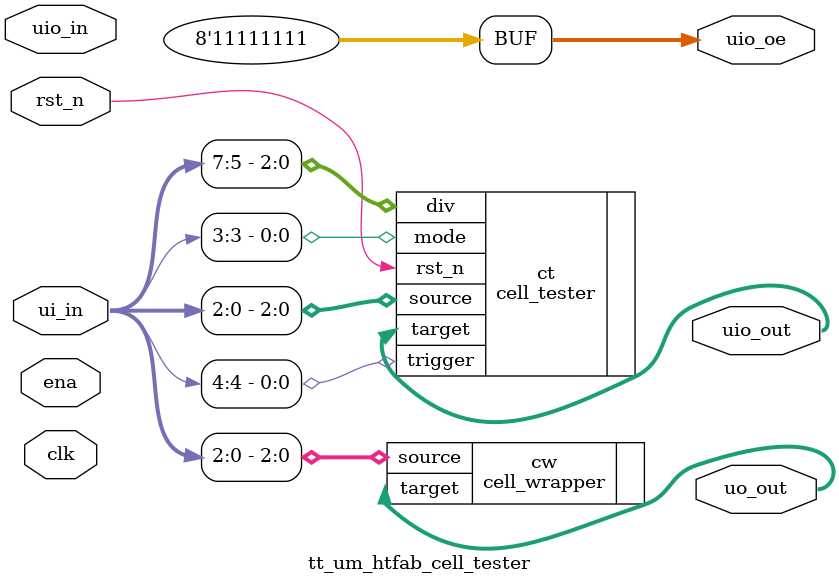
<source format=v>
`default_nettype none

module tt_um_htfab_cell_tester (
    input  wire [7:0] ui_in,    // Dedicated inputs - connected to the input switches
    output wire [7:0] uo_out,   // Dedicated outputs - connected to the 7 segment display
    input  wire [7:0] uio_in,   // IOs: Bidirectional Input path
    output wire [7:0] uio_out,  // IOs: Bidirectional Output path
    output wire [7:0] uio_oe,   // IOs: Bidirectional Enable path (active high: 0=input, 1=output)
    input  wire       ena,      // will go high when the design is enabled
    input  wire       clk,      // clock
    input  wire       rst_n     // reset_n - low to reset
);

cell_wrapper cw (
    .source(ui_in[2:0]),
    .target(uo_out)
);

cell_tester ct (
    .rst_n(rst_n),
    .mode(ui_in[3]),
    .trigger(ui_in[4]),
    .div(ui_in[7:5]),
    .source(ui_in[2:0]),
    .target(uio_out)
);

assign uio_oe = 8'b11111111;

endmodule

</source>
